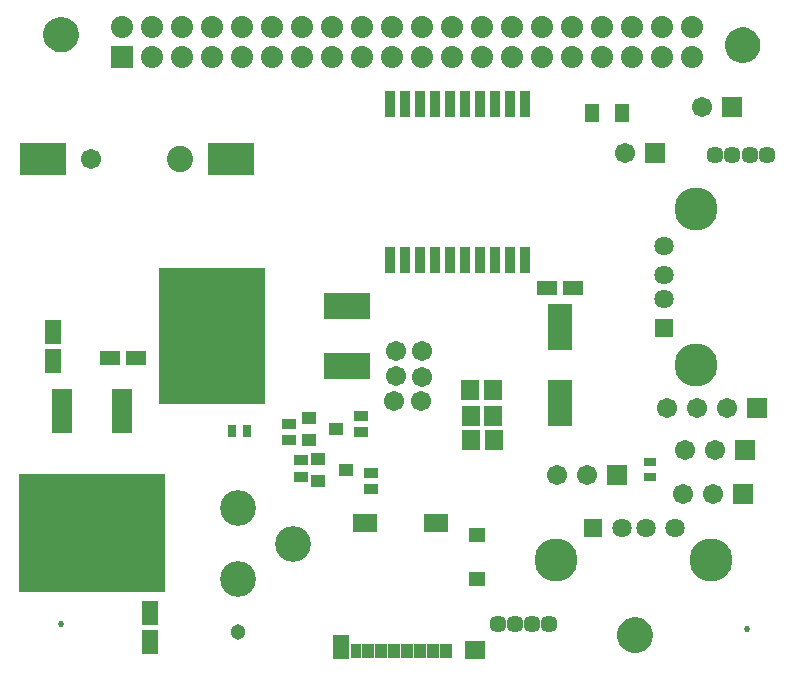
<source format=gts>
G04*
G04 #@! TF.GenerationSoftware,Altium Limited,Altium Designer,19.0.11 (319)*
G04*
G04 Layer_Color=8388736*
%FSLAX24Y24*%
%MOIN*%
G70*
G01*
G75*
%ADD15R,0.1521X0.1104*%
%ADD16R,0.0356X0.0867*%
%ADD17R,0.0454X0.0356*%
%ADD18R,0.0454X0.0434*%
%ADD19R,0.0454X0.0434*%
%ADD20R,0.0474X0.0631*%
%ADD21R,0.1580X0.0899*%
%ADD22R,0.3580X0.4580*%
%ADD23R,0.0552X0.0848*%
%ADD24R,0.0592X0.0671*%
%ADD25R,0.0690X0.0611*%
%ADD26R,0.0552X0.0474*%
%ADD27R,0.0828X0.0611*%
%ADD28R,0.0541X0.0789*%
%ADD29R,0.0375X0.0513*%
%ADD30R,0.0415X0.0513*%
%ADD31R,0.0316X0.0415*%
%ADD32C,0.0671*%
%ADD33R,0.0690X0.0513*%
%ADD34R,0.0415X0.0316*%
%ADD35R,0.4883X0.3919*%
%ADD36R,0.0710X0.1458*%
%ADD37R,0.0848X0.1517*%
%ADD38C,0.0572*%
%ADD39R,0.0671X0.0671*%
%ADD40C,0.0877*%
%ADD41C,0.1438*%
%ADD42C,0.0643*%
%ADD43R,0.0643X0.0643*%
%ADD44C,0.0513*%
%ADD45C,0.1194*%
%ADD46R,0.0643X0.0643*%
%ADD47R,0.0736X0.0736*%
%ADD48C,0.0736*%
%ADD49C,0.0205*%
G36*
X1818Y20409D02*
X1760D01*
X1645Y20432D01*
X1538Y20477D01*
X1441Y20541D01*
X1359Y20624D01*
X1294Y20720D01*
X1250Y20828D01*
X1227Y20942D01*
Y21000D01*
Y21058D01*
X1250Y21172D01*
X1294Y21280D01*
X1359Y21376D01*
X1441Y21459D01*
X1538Y21523D01*
X1645Y21568D01*
X1760Y21591D01*
X1818D01*
X1876D01*
X1990Y21568D01*
X2097Y21523D01*
X2194Y21459D01*
X2276Y21376D01*
X2341Y21280D01*
X2386Y21172D01*
X2408Y21058D01*
Y21000D01*
Y20942D01*
X2386Y20828D01*
X2341Y20720D01*
X2276Y20624D01*
X2194Y20541D01*
X2097Y20477D01*
X1990Y20432D01*
X1876Y20409D01*
X1818D01*
D01*
D02*
G37*
G36*
X21541Y984D02*
Y926D01*
X21518Y812D01*
X21473Y704D01*
X21409Y608D01*
X21326Y525D01*
X21230Y461D01*
X21122Y416D01*
X21008Y394D01*
X20950D01*
X20892D01*
X20778Y416D01*
X20670Y461D01*
X20574Y525D01*
X20491Y608D01*
X20427Y704D01*
X20382Y812D01*
X20359Y926D01*
Y984D01*
Y1042D01*
X20382Y1156D01*
X20427Y1264D01*
X20491Y1361D01*
X20574Y1443D01*
X20670Y1508D01*
X20778Y1552D01*
X20892Y1575D01*
X20950D01*
X21008D01*
X21122Y1552D01*
X21230Y1508D01*
X21326Y1443D01*
X21409Y1361D01*
X21473Y1264D01*
X21518Y1156D01*
X21541Y1042D01*
Y984D01*
D01*
D02*
G37*
G36*
X24534Y20059D02*
X24476D01*
X24362Y20082D01*
X24254Y20127D01*
X24158Y20191D01*
X24075Y20274D01*
X24011Y20370D01*
X23966Y20478D01*
X23944Y20592D01*
Y20650D01*
Y20708D01*
X23966Y20822D01*
X24011Y20930D01*
X24075Y21026D01*
X24158Y21109D01*
X24254Y21173D01*
X24362Y21218D01*
X24476Y21241D01*
X24534D01*
X24592D01*
X24706Y21218D01*
X24814Y21173D01*
X24911Y21109D01*
X24993Y21026D01*
X25057Y20930D01*
X25102Y20822D01*
X25125Y20708D01*
Y20650D01*
Y20592D01*
X25102Y20478D01*
X25057Y20370D01*
X24993Y20274D01*
X24911Y20191D01*
X24814Y20127D01*
X24706Y20082D01*
X24592Y20059D01*
X24534D01*
D01*
D02*
G37*
D15*
X7464Y16845D02*
D03*
X1220D02*
D03*
D16*
X12782Y18698D02*
D03*
X13283D02*
D03*
X13783D02*
D03*
X14282D02*
D03*
X14783D02*
D03*
X15282D02*
D03*
X15783D02*
D03*
X16283D02*
D03*
X16782D02*
D03*
X17283D02*
D03*
Y13502D02*
D03*
X16782D02*
D03*
X16283D02*
D03*
X15783D02*
D03*
X15282D02*
D03*
X14783D02*
D03*
X14282D02*
D03*
X13783D02*
D03*
X13283D02*
D03*
X12782D02*
D03*
D17*
X9400Y8030D02*
D03*
Y7479D02*
D03*
X9801Y6818D02*
D03*
Y6267D02*
D03*
X12154Y5847D02*
D03*
Y6398D02*
D03*
X11813Y8306D02*
D03*
Y7755D02*
D03*
D18*
X10063Y8224D02*
D03*
X10988Y7850D02*
D03*
X10391Y6874D02*
D03*
X11316Y6500D02*
D03*
D19*
X10063Y7476D02*
D03*
X10391Y6126D02*
D03*
D20*
X19526Y18400D02*
D03*
X20511D02*
D03*
D21*
X11334Y11950D02*
D03*
Y9950D02*
D03*
D22*
X6834Y10950D02*
D03*
D23*
X4780Y1712D02*
D03*
Y748D02*
D03*
X1550Y10133D02*
D03*
Y11097D02*
D03*
D24*
X15457Y9163D02*
D03*
X16206D02*
D03*
X15476Y8300D02*
D03*
X16224D02*
D03*
X15483Y7484D02*
D03*
X16231D02*
D03*
D25*
X15617Y499D02*
D03*
D26*
X15686Y2871D02*
D03*
Y4328D02*
D03*
D27*
X14308Y4712D02*
D03*
X11958D02*
D03*
D28*
X11160Y588D02*
D03*
D29*
X11637Y450D02*
D03*
D30*
X12050D02*
D03*
X12483D02*
D03*
X12916D02*
D03*
X13349D02*
D03*
X13782D02*
D03*
X14215D02*
D03*
X14649D02*
D03*
D31*
X7500Y7799D02*
D03*
X8012D02*
D03*
D32*
X13820Y8777D02*
D03*
X12917Y8794D02*
D03*
X13834Y9600D02*
D03*
X12976Y9632D02*
D03*
X12967Y10467D02*
D03*
X13850D02*
D03*
X19361Y6326D02*
D03*
X18361D02*
D03*
X2822Y16845D02*
D03*
X20600Y17050D02*
D03*
X23189Y18600D02*
D03*
X22000Y8550D02*
D03*
X23000D02*
D03*
X24000D02*
D03*
X23600Y7150D02*
D03*
X22600D02*
D03*
X23550Y5700D02*
D03*
X22550D02*
D03*
D33*
X18864Y12550D02*
D03*
X17998D02*
D03*
X4312Y10224D02*
D03*
X3446D02*
D03*
D34*
X21460Y6765D02*
D03*
Y6253D02*
D03*
D35*
X2850Y4405D02*
D03*
D36*
X1850Y8450D02*
D03*
X3850D02*
D03*
D37*
X18437Y11248D02*
D03*
Y8709D02*
D03*
D38*
X25338Y17006D02*
D03*
X24763D02*
D03*
X24189D02*
D03*
X23614D02*
D03*
X18094Y1350D02*
D03*
X17519D02*
D03*
X16944D02*
D03*
X16369D02*
D03*
D39*
X20361Y6326D02*
D03*
X21600Y17050D02*
D03*
X24189Y18600D02*
D03*
X25000Y8550D02*
D03*
X24600Y7150D02*
D03*
X24550Y5700D02*
D03*
D40*
X5775Y16845D02*
D03*
D41*
X22963Y15176D02*
D03*
Y10003D02*
D03*
X18320Y3483D02*
D03*
X23493D02*
D03*
D42*
X21896Y13968D02*
D03*
Y12983D02*
D03*
Y12196D02*
D03*
X20513Y4550D02*
D03*
X21300D02*
D03*
X22284D02*
D03*
D43*
X21896Y11212D02*
D03*
D44*
X7700Y1078D02*
D03*
D45*
X9550Y4031D02*
D03*
X7700Y2850D02*
D03*
Y5212D02*
D03*
D46*
X19528Y4550D02*
D03*
D47*
X3841Y20250D02*
D03*
D48*
Y21250D02*
D03*
X4841Y20250D02*
D03*
Y21250D02*
D03*
X5841Y20250D02*
D03*
Y21250D02*
D03*
X6841Y20250D02*
D03*
Y21250D02*
D03*
X7841Y20250D02*
D03*
Y21250D02*
D03*
X8841Y20250D02*
D03*
Y21250D02*
D03*
X9841Y20250D02*
D03*
Y21250D02*
D03*
X10841Y20250D02*
D03*
Y21250D02*
D03*
X11841Y20250D02*
D03*
Y21250D02*
D03*
X12841Y20250D02*
D03*
Y21250D02*
D03*
X13841Y20250D02*
D03*
Y21250D02*
D03*
X14841Y20250D02*
D03*
Y21250D02*
D03*
X15841Y20250D02*
D03*
Y21250D02*
D03*
X16841Y20250D02*
D03*
Y21250D02*
D03*
X17841Y20250D02*
D03*
Y21250D02*
D03*
X18841Y20250D02*
D03*
Y21250D02*
D03*
X19841Y20250D02*
D03*
Y21250D02*
D03*
X20841Y20250D02*
D03*
Y21250D02*
D03*
X21841Y20250D02*
D03*
Y21250D02*
D03*
X22841Y20250D02*
D03*
Y21250D02*
D03*
D49*
X24678Y1179D02*
D03*
X1818Y1350D02*
D03*
M02*

</source>
